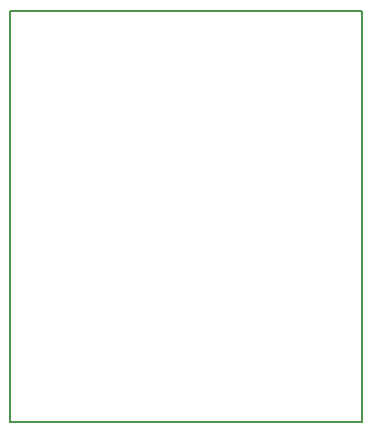
<source format=gm1>
G04 MADE WITH FRITZING*
G04 WWW.FRITZING.ORG*
G04 DOUBLE SIDED*
G04 HOLES PLATED*
G04 CONTOUR ON CENTER OF CONTOUR VECTOR*
%ASAXBY*%
%FSLAX23Y23*%
%MOIN*%
%OFA0B0*%
%SFA1.0B1.0*%
%ADD10R,1.181100X1.377950*%
%ADD11C,0.008000*%
%ADD10C,0.008*%
%LNCONTOUR*%
G90*
G70*
G54D10*
G54D11*
X4Y1374D02*
X1177Y1374D01*
X1177Y4D01*
X4Y4D01*
X4Y1374D01*
D02*
G04 End of contour*
M02*
</source>
